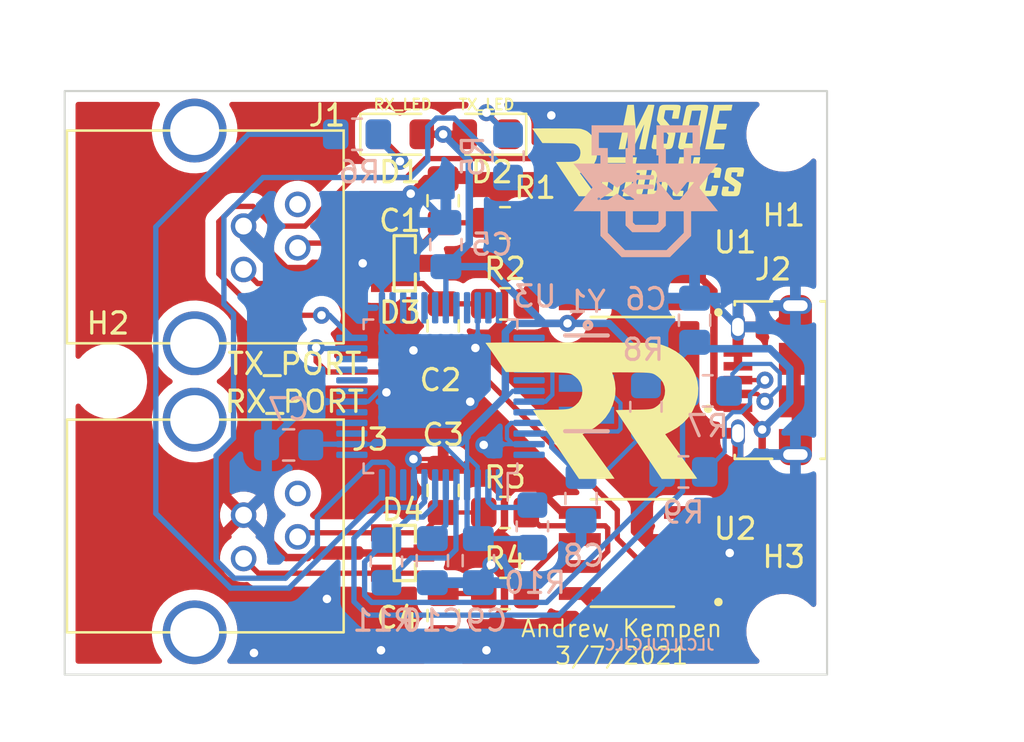
<source format=kicad_pcb>
(kicad_pcb (version 20210126) (generator pcbnew)
  (layers (0 "F.Cu" mixed) (31 "B.Cu" mixed) (34 "B.Paste" user) (35 "F.Paste" user) (36 "B.SilkS" user "B.Silkscreen") (37 "F.SilkS" user "F.Silkscreen") (38 "B.Mask" user) (39 "F.Mask" user) (44 "Edge.Cuts" user))
  (net 0 "")
  (net 2 "GND")
  (net 3 "Net-(D4-Pad2)")
  (net 6 "Net-(D3-Pad2)")
  (net 7 "Net-(U3-Pad44)")
  (net 8 "Net-(U3-Pad43)")
  (net 9 "+5V")
  (net 11 "USB_B_TXD")
  (net 12 "USB_B_RXD")
  (net 13 "~USB_B_RTS")
  (net 14 "~USB_B_CTS")
  (net 15 "~USB_B_DTR")
  (net 16 "~USB_B_DSR")
  (net 17 "~USB_B_DCD")
  (net 18 "~USB_B_RI")
  (net 19 "USB_B_TXDEN")
  (net 20 "~USB_B_SLEEP")
  (net 21 "~USB_B_RXDLED")
  (net 22 "~USB_B_TXDLED")
  (net 24 "RS485_TXD")
  (net 25 "~USB_A_RTS")
  (net 26 "~USB_A_CTS")
  (net 27 "~USB_A_DTR")
  (net 28 "~USB_A_DSR")
  (net 29 "~USB_A_DCD")
  (net 30 "~USB_A_RI")
  (net 31 "USB_A_TXDEN")
  (net 32 "~USB_A_SLEEP")
  (net 33 "~USB_A_RXDLED")
  (net 34 "~USB_A_TXDLED")
  (net 36 "Net-(C9-Pad2)")
  (net 37 "Net-(C10-Pad2)")
  (net 38 "Net-(D1-Pad1)")
  (net 39 "Net-(R8-Pad2)")
  (net 40 "Net-(R7-Pad2)")
  (net 42 "Net-(D2-Pad1)")
  (net 43 "Net-(U2-Pad6)")
  (net 44 "Net-(R3-Pad2)")
  (net 45 "Net-(R4-Pad2)")
  (net 46 "USB_D-")
  (net 47 "USB_D+")
  (net 49 "Net-(D3-Pad1)")
  (net 50 "Net-(D4-Pad1)")
  (net 51 "RS485_RXD")
  (net 52 "Net-(U2-Pad7)")
  (net 53 "Net-(R9-Pad2)")
  (net 54 "Net-(R10-Pad2)")
  (footprint "SN65HVD1782D:SOIC127P599X175-8N" (layer "F.Cu") (at 85.725 102.87 180)
    (fp_text reference "U2")
    (fp_text value "SN65HVD1782D")
  )
  (footprint "MountingHole:MountingHole_2.5mm" (layer "F.Cu") (at 92.837 83.185)
    (fp_text reference "H1")
    (fp_text value "MountingHole")
  )
  (footprint "Logos:MSOE Robotics" (layer "F.Cu") (at 85.979 83.947)
    (fp_text reference "G***" hide)
    (fp_text value "LOGO" hide)
  )
  (footprint "Logos:Raider Robotics" (layer "F.Cu") (at 83.947 96.139)
    (fp_text reference "G***" hide)
    (fp_text value "LOGO" hide)
  )
  (footprint "Andrew_Custom:C189737" (layer "F.Cu") (at 63.499 88.011 -90)
    (fp_text reference "J1")
    (fp_text value "TX_PORT")
  )
  (footprint "Capacitor_SMD:C_0805_2012Metric_Pad1.18x1.45mm_HandSolder" (layer "F.Cu") (at 76.834 92.1935 -90)
    (fp_text reference "C2")
    (fp_text value "0.1u")
  )
  (footprint "10118194-0001LF:AMPHENOL_10118194-0001LF" (layer "F.Cu") (at 93.3825 94.742 90)
    (fp_text reference "J2")
    (fp_text value "10118194-0001LF")
  )
  (footprint "Resistor_SMD:R_0805_2012Metric_Pad1.20x1.40mm_HandSolder" (layer "F.Cu") (at 79.74 100.965)
    (fp_text reference "R3")
    (fp_text value "10")
  )
  (footprint "MountingHole:MountingHole_2.5mm" (layer "F.Cu") (at 61.1632 94.7928)
    (fp_text reference "H2")
    (fp_text value "MountingHole")
  )
  (footprint "Resistor_SMD:R_0805_2012Metric_Pad1.20x1.40mm_HandSolder" (layer "F.Cu") (at 79.74 104.775)
    (fp_text reference "R4")
    (fp_text value "10")
  )
  (footprint "Capacitor_SMD:C_0805_2012Metric_Pad1.18x1.45mm_HandSolder" (layer "F.Cu") (at 76.835 99.9275 90)
    (fp_text reference "C3")
    (fp_text value "0.1u")
  )
  (footprint "SN65HVD1782D:SOIC127P599X175-8N" (layer "F.Cu") (at 85.724 89.251 180)
    (fp_text reference "U1")
    (fp_text value "SN65HVD1782D")
  )
  (footprint "Andrew_Custom:C189737" (layer "F.Cu") (at 63.5 101.6 -90)
    (fp_text reference "J3")
    (fp_text value "RX_PORT")
  )
  (footprint "Capacitor_SMD:C_0805_2012Metric_Pad1.18x1.45mm_HandSolder" (layer "F.Cu") (at 76.835 105.8125 -90)
    (fp_text reference "C4")
    (fp_text value "0.1u")
  )
  (footprint "Capacitor_SMD:C_0805_2012Metric_Pad1.18x1.45mm_HandSolder" (layer "F.Cu") (at 76.834 86.3085 90)
    (fp_text reference "C1")
    (fp_text value "0.1u")
  )
  (footprint "LED_SMD:LED_0805_2012Metric_Pad1.15x1.40mm_HandSolder" (layer "F.Cu") (at 78.876 83.185 180)
    (fp_text reference "D2")
    (fp_text value "TX_LED")
  )
  (footprint "Resistor_SMD:R_0805_2012Metric_Pad1.20x1.40mm_HandSolder" (layer "F.Cu") (at 79.739 87.346)
    (fp_text reference "R1")
    (fp_text value "10")
  )
  (footprint "MountingHole:MountingHole_2.5mm" (layer "F.Cu") (at 92.837 106.553)
    (fp_text reference "H3")
    (fp_text value "MountingHole")
  )
  (footprint "CDSOT23-SM712:SOT-23-3" (layer "F.Cu") (at 74.93 102.87 -90)
    (fp_text reference "D4")
    (fp_text value "CDSOT23-SM712")
  )
  (footprint "LED_SMD:LED_0805_2012Metric_Pad1.15x1.40mm_HandSolder" (layer "F.Cu") (at 74.803 83.185)
    (fp_text reference "D1")
    (fp_text value "RX_LED")
  )
  (footprint "Resistor_SMD:R_0805_2012Metric_Pad1.20x1.40mm_HandSolder" (layer "F.Cu") (at 79.739 91.156)
    (fp_text reference "R2")
    (fp_text value "10")
  )
  (footprint "CDSOT23-SM712:SOT-23-3" (layer "F.Cu") (at 74.929 89.251 -90)
    (fp_text reference "D3")
    (fp_text value "CDSOT23-SM712")
  )
  (footprint "SamacSys_Parts:CSTCR_G" (layer "B.Cu") (at 83.566 94.893 90)
    (fp_text reference "Y1")
    (fp_text value "Resonator_Small" hide)
  )
  (footprint "Capacitor_SMD:C_0805_2012Metric_Pad1.18x1.45mm_HandSolder" (layer "B.Cu") (at 78.486 103.2295 -90)
    (fp_text reference "C9")
    (fp_text value "0.1u")
  )
  (footprint "Capacitor_SMD:C_0805_2012Metric_Pad1.18x1.45mm_HandSolder" (layer "B.Cu") (at 69.5745 97.79 180)
    (fp_text reference "C7")
    (fp_text value "0.1u")
  )
  (footprint "Resistor_SMD:R_0805_2012Metric_Pad1.20x1.40mm_HandSolder" (layer "B.Cu") (at 88.122 99.06 180)
    (fp_text reference "R9")
    (fp_text value "27")
  )
  (footprint "Resistor_SMD:R_0805_2012Metric_Pad1.20x1.40mm_HandSolder" (layer "B.Cu") (at 89.265 95.25 180)
    (fp_text reference "R7")
    (fp_text value "27")
  )
  (footprint "Resistor_SMD:R_0805_2012Metric_Pad1.20x1.40mm_HandSolder" (layer "B.Cu") (at 81.026 101.616 90)
    (fp_text reference "R10")
    (fp_text value "10k")
  )
  (footprint "Capacitor_SMD:C_0805_2012Metric_Pad1.18x1.45mm_HandSolder" (layer "B.Cu") (at 76.962 88.3705 90)
    (fp_text reference "C5")
    (fp_text value "10n")
  )
  (footprint "Capacitor_SMD:C_0805_2012Metric_Pad1.18x1.45mm_HandSolder" (layer "B.Cu") (at 88.646 91.9265 90)
    (fp_text reference "C6")
    (fp_text value "10n")
  )
  (footprint "Logos:VEXU" (layer "B.Cu") (at 86.36 85.852 180)
    (fp_text reference "G***" hide)
    (fp_text value "LOGO" hide)
  )
  (footprint "Resistor_SMD:R_0805_2012Metric_Pad1.20x1.40mm_HandSolder" (layer "B.Cu") (at 79.883 84.217 -90)
    (fp_text reference "R5")
    (fp_text value "330")
  )
  (footprint "Resistor_SMD:R_0805_2012Metric_Pad1.20x1.40mm_HandSolder" (layer "B.Cu") (at 74.168 103.267 -90)
    (fp_text reference "R11")
    (fp_text value "1.5k")
  )
  (footprint "Resistor_SMD:R_0805_2012Metric_Pad1.20x1.40mm_HandSolder" (layer "B.Cu") (at 72.787 83.185 180)
    (fp_text reference "R6")
    (fp_text value "330")
  )
  (footprint "Capacitor_SMD:C_0805_2012Metric_Pad1.18x1.45mm_HandSolder" (layer "B.Cu") (at 83.312 100.3085 90)
    (fp_text reference "C8")
    (fp_text value "0.1u")
  )
  (footprint "Resistor_SMD:R_0805_2012Metric_Pad1.20x1.40mm_HandSolder" (layer "B.Cu") (at 86.36 95.996 90)
    (fp_text reference "R8")
    (fp_text value "470")
  )
  (footprint "Capacitor_SMD:C_0805_2012Metric_Pad1.18x1.45mm_HandSolder" (layer "B.Cu") (at 76.327 103.2295 90)
    (fp_text reference "C10")
    (fp_text value "33n")
  )
  (footprint "Package_QFP:LQFP-48_7x7mm_P0.5mm" (layer "B.Cu") (at 76.708 95.504 90)
    (fp_text reference "U3")
    (fp_text value "FT2232D")
  )
  (gr_rect (start 59.055 81.153) (end 94.869 108.585) (layer "Edge.Cuts") (width 0.1) (fill none))
  (gr_text "JLCJLCJLCJLC" (at 86.994999 107.188) (layer "B.SilkS") (effects (font (size 0.5 0.5) (thickness 0.1)) (justify mirror)))
  (gr_text "Andrew Kempen\n3/7/2021" (at 85.217 107.061) (layer "F.SilkS") (effects (font (size 0.8 0.8) (thickness 0.1))))
  (segment (start 78.348912 106.85) (end 76.835 106.85) (width 0.35) (layer "F.Cu") (net 2))
  (segment (start 79.71402 86.637108) (end 78.166912 85.09) (width 0.35) (layer "F.Cu") (net 2))
  (segment (start 90.6825 92.242) (end 92.3825 92.242) (width 0.35) (layer "F.Cu") (net 2))
  (segment (start 78.74 97.79) (end 77.64 98.89) (width 0.2) (layer "F.Cu") (net 2))
  (segment (start 79.71502 100.256108) (end 78.264912 98.806) (width 0.35) (layer "F.Cu") (net 2))
  (segment (start 75.438 93.345) (end 76.72 93.345) (width 0.2) (layer "F.Cu") (net 2))
  (segment (start 79.71502 105.483892) (end 78.348912 106.85) (width 0.35) (layer "F.Cu") (net 2))
  (segment (start 92.3825 92.242) (end 93.3825 91.242) (width 0.35) (layer "F.Cu") (net 2))
  (segment (start 90.5255 97.282) (end 90.5555 97.312) (width 0.35) (layer "F.Cu") (net 2))
  (segment (start 76.835 98.89) (end 76.835 97.98554) (width 0.2) (layer "F.Cu") (net 2))
  (segment (start 70.468006 103.085011) (end 69.455011 103.085011) (width 0.35) (layer "F.Cu") (net 2))
  (segment (start 69.455011 103.085011) (end 67.46 101.09) (width 0.35) (layer "F.Cu") (net 2))
  (segment (start 78.517912 89.251) (end 75.929 89.251) (width 0.35) (layer "F.Cu") (net 2))
  (segment (start 79.71402 88.054892) (end 79.71402 86.637108) (width 0.35) (layer "F.Cu") (net 2))
  (segment (start 83.255 100.965) (end 82.423912 100.965) (width 0.35) (layer "F.Cu") (net 2))
  (segment (start 78.166912 85.09) (end 77.015 85.09) (width 0.35) (layer "F.Cu") (net 2))
  (segment (start 69.454011 89.496011) (end 67.459 87.501) (width 0.35) (layer "F.Cu") (net 2))
  (segment (start 79.073956 103.425044) (end 79.71502 104.066108) (width 0.35) (layer "F.Cu") (net 2))
  (segment (start 75.93 102.87) (end 78.518912 102.87) (width 0.35) (layer "F.Cu") (net 2))
  (segment (start 75.929 89.251) (end 73.055 89.251) (width 0.35) (layer "F.Cu") (net 2))
  (segment (start 93.3825 95.742) (end 93.3825 93.742) (width 0.35) (layer "F.Cu") (net 2))
  (segment (start 78.517912 89.251) (end 79.71402 88.054892) (width 0.35) (layer "F.Cu") (net 2))
  (segment (start 81.280912 99.822) (end 80.149128 99.822) (width 0.35) (layer "F.Cu") (net 2))
  (segment (start 76.835 97.98554) (end 74.168 95.31854) (width 0.2) (layer "F.Cu") (net 2))
  (segment (start 75.311 85.979) (end 76.019 85.271) (width 0.35) (layer "F.Cu") (net 2))
  (segment (start 79.71402 91.864892) (end 79.71402 90.447108) (width 0.35) (layer "F.Cu") (net 2))
  (segment (start 70.683017 102.87) (end 70.468006 103.085011) (width 0.35) (layer "F.Cu") (net 2))
  (segment (start 78.347912 93.231) (end 79.71402 91.864892) (width 0.35) (layer "F.Cu") (net 2))
  (segment (start 78.518912 102.87) (end 79.073956 103.425044) (width 0.35) (layer "F.Cu") (net 2))
  (segment (start 77.64 98.89) (end 76.835 98.89) (width 0.2) (layer "F.Cu") (net 2))
  (segment (start 76.019 85.271) (end 76.834 85.271) (width 0.35) (layer "F.Cu") (net 2))
  (segment (start 76.834 93.231) (end 78.347912 93.231) (width 0.35) (layer "F.Cu") (net 2))
  (segment (start 75.438 98.454) (end 76.399 98.454) (width 0.2) (layer "F.Cu") (net 2))
  (segment (start 93.3825 93.742) (end 93.3825 91.242) (width 0.35) (layer "F.Cu") (net 2))
  (segment (start 73.055 89.251) (end 70.712017 89.251) (width 0.35) (layer "F.Cu") (net 2))
  (segment (start 78.264912 98.806) (end 76.919 98.806) (width 0.35) (layer "F.Cu") (net 2))
  (segment (start 82.423912 100.965) (end 81.280912 99.822) (width 0.35) (layer "F.Cu") (net 2))
  (segment (start 79.71502 104.066108) (end 79.71502 105.483892) (width 0.35) (layer "F.Cu") (net 2))
  (segment (start 70.712017 89.251) (end 70.467006 89.496011) (width 0.35) (layer "F.Cu") (net 2))
  (segment (start 93.3825 98.242) (end 93.3825 95.742) (width 0.35) (layer "F.Cu") (net 2))
  (segment (start 80.149128 99.822) (end 79.71502 100.256108) (width 0.35) (layer "F.Cu") (net 2))
  (segment (start 75.93 102.87) (end 70.683017 102.87) (width 0.35) (layer "F.Cu") (net 2))
  (segment (start 79.71402 90.447108) (end 78.517912 89.251) (width 0.35) (layer "F.Cu") (net 2))
  (segment (start 70.467006 89.496011) (end 69.454011 89.496011) (width 0.35) (layer "F.Cu") (net 2))
  (segment (start 78.518912 102.87) (end 79.71502 101.673892) (width 0.35) (layer "F.Cu") (net 2))
  (segment (start 79.71502 101.673892) (end 79.71502 100.256108) (width 0.35) (layer "F.Cu") (net 2))
  (via (at 75.438 98.454) (size 0.8) (drill 0.4) (layers "F.Cu" "B.Cu") (net 2))
  (via (at 73.055 89.251) (size 0.8) (drill 0.4) (layers "F.Cu" "B.Cu") (net 2))
  (via (at 81.915 82.296) (size 0.8) (drill 0.4) (layers "F.Cu" "B.Cu") (net 2))
  (via (at 78.867 107.442) (size 0.8) (drill 0.4) (layers "F.Cu" "B.Cu") (net 2))
  (via (at 90.297 102.87) (size 0.8) (drill 0.4) (layers "F.Cu" "B.Cu") (net 2))
  (via (at 75.311 85.979) (size 0.8) (drill 0.4) (layers "F.Cu" "B.Cu") (net 2))
  (via (at 67.945 107.569) (size 0.8) (drill 0.4) (layers "F.Cu" "B.Cu") (net 2))
  (via (at 74.168 95.31854) (size 0.8) (drill 0.4) (layers "F.Cu" "B.Cu") (net 2))
  (via (at 75.438 93.345) (size 0.8) (drill 0.4) (layers "F.Cu" "B.Cu") (net 2))
  (via (at 73.914 107.442) (size 0.8) (drill 0.4) (layers "F.Cu" "B.Cu") (net 2))
  (via (at 71.374 105.029) (size 0.8) (drill 0.4) (layers "F.Cu" "B.Cu") (net 2))
  (via (at 78.105 95.758) (size 0.8) (drill 0.4) (layers "F.Cu" "B.Cu") (net 2))
  (via (at 79.073956 103.425044) (size 0.8) (drill 0.4) (layers "F.Cu" "B.Cu") (net 2))
  (via (at 78.74 97.79) (size 0.8) (drill 0.4) (layers "F.Cu" "B.Cu") (net 2))
  (via (at 78.347912 93.231) (size 0.8) (drill 0.4) (layers "F.Cu" "B.Cu") (net 2))
  (segment (start 84.225 94.893) (end 83.566 94.893) (width 0.2) (layer "B.Cu") (net 2))
  (segment (start 73.958 90.154) (end 73.958 95.109358) (width 0.2) (layer "B.Cu") (net 2))
  (segment (start 89.3295 90.889) (end 90.6825 92.242) (width 0.35) (layer "B.Cu") (net 2))
  (segment (start 68.537 97.79) (end 68.537 100.013) (width 0.35) (layer "B.Cu") (net 2))
  (segment (start 75.608 85.979) (end 76.962 87.333) (width 0.35) (layer "B.Cu") (net 2))
  (segment (start 85.04402 97.155) (end 85.166011 97.033009) (width 0.2) (layer "B.Cu") (net 2))
  (segment (start 75.458 98.474) (end 75.438 98.454) (width 0.2) (layer "B.Cu") (net 2))
  (segment (start 79.83298 97.484338) (end 79.83298 96.95102) (width 0.2) (layer "B.Cu") (net 2))
  (segment (start 73.055 89.434) (end 73.055 89.251) (width 0.35) (layer "B.Cu") (net 2))
  (segment (start 78.458 91.3415) (end 78.458 93.120912) (width 0.2) (layer "B.Cu") (net 2))
  (segment (start 73.958 90.154) (end 73.055 89.251) (width 0.2) (layer "B.Cu") (net 2))
  (segment (start 76.962 87.333) (end 73.958 90.337) (width 0.35) (layer "B.Cu") (net 2))
  (segment (start 75.193642 93.345) (end 75.438 93.345) (width 0.2) (layer "B.Cu") (net 2))
  (segment (start 68.537 89.175983) (end 68.537 97.79) (width 0.35) (layer "B.Cu") (net 2))
  (segment (start 79.83298 96.95102) (end 80.03 96.754) (width 0.2) (layer "B.Cu") (net 2))
  (segment (start 81.774784 96.754) (end 82.175784 97.155) (width 0.2) (layer "B.Cu") (net 2))
  (segment (start 80.03 96.754) (end 80.8705 96.754) (width 0.2) (layer "B.Cu") (net 2))
  (segment (start 78.776 97.754) (end 78.74 97.79) (width 0.2) (layer "B.Cu") (net 2))
  (segment (start 71.378 95.754) (end 71.374 95.758) (width 0.2) (layer "B.Cu") (net 2))
  (segment (start 85.166011 97.033009) (end 85.166011 95.834011) (width 0.2) (layer "B.Cu") (net 2))
  (segment (start 73.738679 95.328679) (end 73.958 95.109358) (width 0.2) (layer "B.Cu") (net 2))
  (segment (start 78.458 93.120912) (end 78.347912 93.231) (width 0.2) (layer "B.Cu") (net 2))
  (segment (start 73.958 90.337) (end 73.055 89.434) (width 0.35) (layer "B.Cu") (net 2))
  (segment (start 73.738679 95.328679) (end 73.309358 95.758) (width 0.2) (layer "B.Cu") (net 2))
  (segment (start 74.168 95.31854) (end 73.748818 95.31854) (width 0.2) (layer "B.Cu") (net 2))
  (segment (start 78.486 104.013) (end 79.073956 103.425044) (width 0.35) (layer "B.Cu") (net 2))
  (segment (start 80.8705 96.754) (end 81.774784 96.754) (width 0.2) (layer "B.Cu") (net 2))
  (segment (start 82.175784 97.155) (end 85.04402 97.155) (width 0.2) (layer "B.Cu") (net 2))
  (segment (start 67.459 87.501) (end 67.459 88.097983) (width 0.35) (layer "B.Cu") (net 2))
  (segment (start 73.309358 95.758) (end 72.5495 95.758) (width 0.2) (layer "B.Cu") (net 2))
  (segment (start 78.776 97.754) (end 80.8705 97.754) (width 0.2) (layer "B.Cu") (net 2))
  (segment (start 75.458 99.6665) (end 75.458 98.474) (width 0.2) (layer "B.Cu") (net 2))
  (segment (start 80.102642 97.754) (end 79.83298 97.484338) (width 0.2) (layer "B.Cu") (net 2))
  (segment (start 70.569 95.758) (end 71.374 95.758) (width 0.35) (layer "B.Cu") (net 2))
  (segment (start 68.537 97.79) (end 70.569 95.758) (width 0.35) (layer "B.Cu") (net 2))
  (segment (start 67.459 88.097983) (end 68.537 89.175983) (width 0.35) (layer "B.Cu") (net 2))
  (segment (start 73.958 92.109358) (end 75.193642 93.345) (width 0.2) (layer "B.Cu") (net 2))
  (segment (start 72.5455 95.754) (end 71.378 95.754) (width 0.2) (layer "B.Cu") (net 2))
  (segment (start 88.646 90.889) (end 89.3295 90.889) (width 0.35) (layer "B.Cu") (net 2))
  (segment (start 68.537 100.013) (end 67.46 101.09) (width 0.35) (layer "B.Cu") (net 2))
  (segment (start 85.166011 95.834011) (end 84.225 94.893) (width 0.2) (layer "B.Cu") (net 2))
  (segment (start 75.311 85.979) (end 75.608 85.979) (width 0.35) (layer "B.Cu") (net 2))
  (segment (start 73.93 103.82) (end 68.15 103.82) (width 0.25) (layer "F.Cu") (net 3))
  (segment (start 75.88 103.82) (end 76.835 104.775) (width 0.25) (layer "F.Cu") (net 3))
  (segment (start 68.15 103.82) (end 67.46 103.13) (width 0.25) (layer "F.Cu") (net 3))
  (segment (start 78.74 104.775) (end 76.835 104.775) (width 0.25) (layer "F.Cu") (net 3))
  (segment (start 73.93 103.82) (end 75.88 103.82) (width 0.25) (layer "F.Cu") (net 3))
  (segment (start 68.119 90.201) (end 67.459 89.541) (width 0.25) (layer "F.Cu") (net 6))
  (segment (start 78.739 91.156) (end 76.834 91.156) (width 0.25) (layer "F.Cu") (net 6))
  (segment (start 73.929 90.201) (end 68.119 90.201) (width 0.25) (layer "F.Cu") (net 6))
  (segment (start 75.879 90.201) (end 76.834 91.156) (width 0.25) (layer "F.Cu") (net 6))
  (segment (start 73.929 90.201) (end 75.879 90.201) (width 0.25) (layer "F.Cu") (net 6))
  (segment (start 80.8705 96.254) (end 83.427 96.254) (width 0.2) (layer "B.Cu") (net 7))
  (segment (start 83.427 96.254) (end 83.566 96.393) (width 0.2) (layer "B.Cu") (net 7))
  (segment (start 81.638358 95.754) (end 81.965989 95.426369) (width 0.2) (layer "B.Cu") (net 8))
  (segment (start 80.8705 95.754) (end 81.638358 95.754) (width 0.2) (layer "B.Cu") (net 8))
  (segment (start 81.965989 95.426369) (end 81.965989 94.252991) (width 0.2) (layer "B.Cu") (net 8))
  (segment (start 81.965989 94.252991) (end 82.82598 93.393) (width 0.2) (layer "B.Cu") (net 8))
  (segment (start 82.82598 93.393) (end 83.566 93.393) (width 0.2) (layer "B.Cu") (net 8))
  (segment (start 85.21402 89.886) (end 83.94402 91.156) (width 0.35) (layer "F.Cu") (net 9))
  (segment (start 91.821 103.10902) (end 91.821 97.065523) (width 0.35) (layer "F.Cu") (net 9))
  (segment (start 89.75248 96.012) (end 90.6525 96.012) (width 0.35) (layer "F.Cu") (net 9))
  (segment (start 88.194 89.886) (end 85.21402 89.886) (width 0.35) (layer "F.Cu") (net 9))
  (segment (start 83.255 104.775) (end 83.930011 105.450011) (width 0.35) (layer "F.Cu") (net 9))
  (segment (start 89.554011 95.813531) (end 89.75248 96.012) (width 0.35) (layer "F.Cu") (net 9))
  (segment (start 76.835 83.185) (end 75.828 83.185) (width 0.35) (layer "F.Cu") (net 9))
  (segment (start 89.554011 90.555991) (end 89.554011 95.813531) (width 0.35) (layer "F.Cu") (net 9))
  (segment (start 88.194 88.616) (end 88.194 89.886) (width 0.35) (layer "F.Cu") (net 9))
  (segment (start 83.254 91.498) (end 83.254 91.156) (width 0.35) (layer "F.Cu") (net 9))
  (segment (start 90.797477 96.042) (end 91.821 97.065523) (width 0.35) (layer "F.Cu") (net 9))
  (segment (start 88.88402 89.886) (end 89.554011 90.555991) (width 0.35) (layer "F.Cu") (net 9))
  (segment (start 76.835 83.185) (end 77.851 83.185) (width 0.35) (layer "F.Cu") (net 9))
  (segment (start 82.677 92.075) (end 83.254 91.498) (width 0.35) (layer "F.Cu") (net 9))
  (segment (start 83.930011 105.450011) (end 89.480009 105.450011) (width 0.35) (layer "F.Cu") (net 9))
  (segment (start 90.6525 96.012) (end 90.6825 96.042) (width 0.35) (layer "F.Cu") (net 9))
  (segment (start 89.480009 105.450011) (end 91.821 103.10902) (width 0.35) (layer "F.Cu") (net 9))
  (via (at 82.677 92.075) (size 0.8) (drill 0.4) (layers "F.Cu" "B.Cu") (net 9))
  (via (at 91.821 97.065523) (size 0.8) (drill 0.4) (layers "F.Cu" "B.Cu") (net 9))
  (via (at 76.835 83.185) (size 0.8) (drill 0.4) (layers "F.Cu" "B.Cu") (net 9))
  (segment (start 72.5455 97.754) (end 73.569 97.754) (width 0.2) (layer "B.Cu") (net 9))
  (segment (start 80.8705 95.254) (end 80.102642 95.254) (width 0.2) (layer "B.Cu") (net 9))
  (segment (start 78.458 99.6665) (end 78.458 98.818) (width 0.2) (layer "B.Cu") (net 9))
  (segment (start 78.458 98.818) (end 77.958 98.318) (width 0.2) (layer "B.Cu") (net 9))
  (segment (start 93.123031 94.209234) (end 92.180817 93.26702) (width 0.35) (layer "B.Cu") (net 9))
  (segment (start 80.175576 92.075) (end 79.756 92.494576) (width 0.35) (layer "B.Cu") (net 9))
  (segment (start 77.677653 97.678989) (end 73.644011 97.678989) (width 0.35) (layer "B.Cu") (net 9))
  (segment (start 78.06202 88.30798) (end 78.06202 84.41202) (width 0.35) (layer "B.Cu") (net 9))
  (segment (start 78.486 102.192) (end 80.602 102.192) (width 0.25) (layer "B.Cu") (net 9))
  (segment (start 73.569 97.754) (end 76.813358 97.754) (width 0.2) (layer "B.Cu") (net 9))
  (segment (start 77.958 97.398642) (end 77.958 99.6665) (width 0.2) (layer "B.Cu") (net 9))
  (segment (start 77.958 97.398642) (end 77.677653 97.678989) (width 0.35) (layer "B.Cu") (net 9))
  (segment (start 82.677 92.075) (end 81.565424 92.075) (width 0.35) (layer "B.Cu") (net 9))
  (segment (start 78.458 99.6665) (end 78.458 102.164) (width 0.25) (layer "B.Cu") (net 9))
  (segment (start 77.958 97.398642) (end 77.958 97.302) (width 0.35) (layer "B.Cu") (net 9))
  (segment (start 93.123031 95.763492) (end 93.123031 94.209234) (width 0.35) (layer "B.Cu") (net 9))
  (segment (start 76.962 89.408) (end 76.962 91.3375) (width 0.25) (layer "B.Cu") (net 9))
  (segment (start 80.102642 95.254) (end 77.958 97.398642) (width 0.2) (layer "B.Cu") (net 9))
  (segment (start 72.5455 97.754) (end 70.648 97.754) (width 0.25) (layer "B.Cu") (net 9))
  (segment (start 77.958 99.6665) (end 77.958 101.664) (width 0.25) (layer "B.Cu") (net 9))
  (segment (start 82.677 92.107) (end 82.677 92.075) (width 0.35) (layer "B.Cu") (net 9))
  (segment (start 86.487 95.028) (end 86.582 95.028) (width 0.35) (layer "B.Cu") (net 9))
  (segment (start 84.62302 92.075) (end 86.487 93.93898) (width 0.35) (layer "B.Cu") (net 9))
  (segment (start 76.813358 97.754) (end 77.958 98.898642) (width 0.2) (layer "B.Cu") (net 9))
  (segment (start 82.677 92.075) (end 80.175576 92.075) (width 0.35) (layer "B.Cu") (net 9))
  (segment (start 78.06202 84.41202) (end 76.835 83.185) (width 0.35) (layer "B.Cu") (net 9))
  (segment (start 78.898424 89.408) (end 76.962 89.408) (width 0.35) (layer "B.Cu") (net 9))
  (segment (start 77.958 101.664) (end 78.486 102.192) (width 0.25) (layer "B.Cu") (net 9))
  (segment (start 81.565424 92.075) (end 78.898424 89.408) (width 0.35) (layer "B.Cu") (net 9))
  (segment (start 82.677 92.075) (end 84.62302 92.075) (width 0.35) (layer "B.Cu") (net 9))
  (segment (start 86.487 93.93898) (end 86.487 95.028) (width 0.35) (layer "B.Cu") (net 9))
  (segment (start 76.962 89.408) (end 78.06202 88.30798) (width 0.35) (layer "B.Cu") (net 9))
  (segment (start 79.756 92.494576) (end 79.756 95.504) (width 0.35) (layer "B.Cu") (net 9))
  (segment (start 86.582 95.028) (end 88.646 92.964) (width 0.35) (layer "B.Cu") (net 9))
  (segment (start 92.180817 93.26702) (end 88.94902 93.26702) (width 0.35) (layer "B.Cu") (net 9))
  (segment (start 77.958 97.302) (end 79.756 95.504) (width 0.35) (layer "B.Cu") (net 9))
  (segment (start 91.821 97.065523) (end 93.123031 95.763492) (width 0.35) (layer "B.Cu") (net 9))
  (segment (start 73.644011 97.678989) (end 73.569 97.754) (width 0.35) (layer "B.Cu") (net 9))
  (segment (start 70.866 93.853) (end 70.866 93.218) (width 0.25) (layer "F.Cu") (net 24))
  (segment (start 85.015031 102.195051) (end 85.015031 100.855011) (width 0.25) (layer "F.Cu") (net 24))
  (segment (start 78.52102 94.361) (end 71.374 94.361) (width 0.25) (layer "F.Cu") (net 24))
  (segment (start 85.015031 100.855011) (end 78.52102 94.361) (width 0.25) (layer "F.Cu") (net 24))
  (segment (start 71.374 94.361) (end 70.866 93.853) (width 0.25) (layer "F.Cu") (net 24))
  (segment (start 87.59498 104.775) (end 85.015031 102.195051) (width 0.25) (layer "F.Cu") (net 24))
  (via (at 70.866 93.218) (size 0.8) (drill 0.4) (layers "F.Cu" "B.Cu") (net 24))
  (segment (start 70.902 93.254) (end 72.5455 93.254) (width 0.25) (layer "B.Cu") (net 24))
  (segment (start 70.866 93.218) (end 70.902 93.254) (width 0.25) (layer "B.Cu") (net 24))
  (segment (start 63.333989 101.00943) (end 66.845559 104.521) (width 0.25) (layer "B.Cu") (net 33))
  (segment (start 67.686017 83.185) (end 63.333989 87.537028) (width 0.25) (layer "B.Cu") (net 33))
  (segment (start 66.845559 104.521) (end 69.594441 104.521) (width 0.25) (layer "B.Cu") (net 33))
  (segment (start 63.333989 87.537028) (end 63.333989 101.00943) (width 0.25) (layer "B.Cu") (net 33))
  (segment (start 69.594441 104.521) (end 73.958 100.157441) (width 0.25) (layer "B.Cu") (net 33))
  (segment (start 71.787 83.185) (end 67.686017 83.185) (width 0.25) (layer "B.Cu") (net 33))
  (segment (start 66.167 103.206017) (end 66.167 98.294017) (width 0.25) (layer "B.Cu") (net 34))
  (segment (start 66.985011 97.476006) (end 66.985011 91.623011) (width 0.25) (layer "B.Cu") (net 34))
  (segment (start 75.311 85.217) (end 76.109989 84.418011) (width 0.25) (layer "B.Cu") (net 34))
  (segment (start 74.198694 98.60398) (end 73.498734 98.60398) (width 0.25) (layer "B.Cu") (net 34))
  (segment (start 66.533989 91.171989) (end 66.985011 91.623011) (width 0.25) (layer "B.Cu") (net 34))
  (segment (start 69.424006 104.055011) (end 67.015994 104.055011) (width 0.25) (layer "B.Cu") (net 34))
  (segment (start 70.925011 102.554006) (end 69.424006 104.055011) (width 0.25) (layer "B.Cu") (net 34))
  (segment (start 77.343 82.423) (end 79.883 84.963) (width 0.25) (layer "B.Cu") (net 34))
  (segment (start 70.925011 101.177703) (end 70.925011 102.554006) (width 0.25) (layer "B.Cu") (net 34))
  (segment (start 76.109989 84.418011) (end 76.109989 82.836994) (width 0.25) (layer "B.Cu") (net 34))
  (segment (start 76.109989 82.836994) (end 76.523983 82.423) (width 0.25) (layer "B.Cu") (net 34))
  (segment (start 74.458 99.6665) (end 74.458 98.863286) (width 0.25) (layer "B.Cu") (net 34))
  (segment (start 68.373983 85.217) (end 75.311 85.217) (width 0.25) (layer "B.Cu") (net 34))
  (segment (start 67.015994 104.055011) (end 66.167 103.206017) (width 0.25) (layer "B.Cu") (net 34))
  (segment (start 66.533989 87.056994) (end 68.373983 85.217) (width 0.25) (layer "B.Cu") (net 34))
  (segment (start 73.498734 98.60398) (end 70.925011 101.177703) (width 0.25) (layer "B.Cu") (net 34))
  (segment (start 74.458 98.863286) (end 74.198694 98.60398) (width 0.25) (layer "B.Cu") (net 34))
  (segment (start 76.523983 82.423) (end 77.343 82.423) (width 0.25) (layer "B.Cu") (net 34))
  (segment (start 66.533989 91.171989) (end 66.533989 87.056994) (width 0.25) (layer "B.Cu") (net 34))
  (segment (start 66.167 98.294017) (end 66.985011 97.476006) (width 0.25) (layer "B.Cu") (net 34))
  (segment (start 81.673714 97.254) (end 81.93302 97.513306) (width 0.25) (layer "B.Cu") (net 36))
  (segment (start 83.312 99.271) (end 83.736 99.271) (width 0.25) (layer "B.Cu") (net 36))
  (segment (start 81.93302 97.513306) (end 81.93302 97.89202) (width 0.25) (layer "B.Cu") (net 36))
  (segment (start 81.93302 97.89202) (end 83.312 99.271) (width 0.25) (layer "B.Cu") (net 36))
  (segment (start 83.312 99.271) (end 84.244 99.271) (width 0.2) (layer "B.Cu") (net 36))
  (segment (start 84.244 99.271) (end 86.487 97.028) (width 0.2) (layer "B.Cu") (net 36))
  (segment (start 80.8705 97.254) (end 81.673714 97.254) (width 0.25) (layer "B.Cu") (net 36))
  (segment (start 76.327 102.192) (end 76.958 101.561) (width 0.25) (layer "B.Cu") (net 37))
  (segment (start 76.958 101.561) (end 76.958 99.6665) (width 0.25) (layer "B.Cu") (net 37))
  (segment (start 74.803 84.21) (end 73.778 83.185) (width 0.25) (layer "F.Cu") (net 38))
  (segment (start 74.803 84.455) (end 74.803 84.21) (width 0.25) (layer "F.Cu") (net 38))
  (via (at 74.803 84.455) (size 0.8) (drill 0.4) (layers "F.Cu" "B.Cu") (net 38))
  (segment (start 73.787 83.439) (end 74.803 84.455) (width 0.25) (layer "B.Cu") (net 38))
  (segment (start 87.122 99.06) (end 87.122 99.76) (width 0.25) (layer "B.Cu") (net 39))
  (segment (start 75.255969 101.179031) (end 74.168 102.267) (width 0.25) (layer "B.Cu") (net 39))
  (segment (start 73.479818 105.19202) (end 73.14298 104.855182) (width 0.25) (layer "B.Cu") (net 39))
  (segment (start 75.885095 101.179031) (end 75.255969 101.179031) (width 0.25) (layer "B.Cu") (net 39))
  (segment (start 73.14298 104.855182) (end 73.14298 103.29202) (width 0.25) (layer "B.Cu") (net 39))
  (segment (start 87.63 98.552) (end 87.63 99.252) (width 0.25) (layer "B.Cu") (net 39))
  (segment (start 73.14298 103.29202) (end 74.168 102.267) (width 0.25) (layer "B.Cu") (net 39))
  (segment (start 81.68998 105.19202) (end 73.479818 105.19202) (width 0.25) (layer "B.Cu") (net 39))
  (segment (start 76.458 99.6665) (end 76.458 100.606126) (width 0.25) (layer "B.Cu") (net 39))
  (segment (start 87.122 99.76) (end 81.68998 105.19202) (width 0.25) (layer "B.Cu") (net 39))
  (segment (start 76.458 100.606126) (end 75.885095 101.179031) (width 0.25) (layer "B.Cu") (net 39))
  (segment (start 75.958 99.6665) (end 75.958 100.469714) (width 0.25) (layer "B.Cu") (net 40))
  (segment (start 72.644 102.177798) (end 72.644 105.156) (width 0.25) (layer "B.Cu") (net 40))
  (segment (start 72.644 105.156) (end 73.279 105.791) (width 0.25) (layer "B.Cu") (net 40))
  (segment (start 88.08002 99.969182) (end 88.08002 95.59398) (width 0.25) (layer "B.Cu") (net 40))
  (segment (start 82.258202 105.791) (end 88.08002 99.969182) (width 0.25) (layer "B.Cu") (net 40))
  (segment (start 75.698694 100.72902) (end 74.092778 100.72902) (width 0.25) (layer "B.Cu") (net 40))
  (segment (start 74.092778 100.72902) (end 72.644 102.177798) (width 0.25) (layer "B.Cu") (net 40))
  (segment (start 88.08002 95.59398) (end 88.424 95.25) (width 0.25) (layer "B.Cu") (net 40))
  (segment (start 73.279 105.791) (end 82.258202 105.791) (width 0.25) (layer "B.Cu") (net 40))
  (segment (start 75.958 100.469714) (end 75.698694 100.72902) (width 0.25) (layer "B.Cu") (net 40))
  (segment (start 79.883 83.185) (end 78.867 82.169) (width 0.25) (layer "F.Cu") (net 42))
  (via (at 78.867 82.169) (size 0.8) (drill 0.4) (layers "F.Cu" "B.Cu") (net 42))
  (segment (start 78.867 82.201) (end 79.883 83.217) (width 0.25) (layer "B.Cu") (net 42))
  (segment (start 78.867 82.169) (end 78.867 82.201) (width 0.25) (layer "B.Cu") (net 42))
  (segment (start 80.739 90.456) (end 82.579 88.616) (width 0.25) (layer "F.Cu") (net 43))
  (segment (start 80.739 91.156) (end 80.739 90.456) (width 0.25) (layer "F.Cu") (net 43))
  (segment (start 80.74 104.775) (end 80.74 104.075) (width 0.25) (layer "F.Cu") (net 44))
  (segment (start 80.74 104.075) (end 82.58 102.235) (width 0.25) (layer "F.Cu") (net 44))
  (segment (start 84.445011 101.590011) (end 84.565011 101.710011) (width 0.25) (layer "F.Cu") (net 45))
  (segment (start 84.565011 102.795009) (end 83.85502 103.505) (width 0.25) (layer "F.Cu") (net 45))
  (segment (start 81.365011 101.590011) (end 84.445011 101.590011) (width 0.25) (layer "F.Cu") (net 45))
  (segment (start 84.565011 101.710011) (end 84.565011 102.795009) (width 0.25) (layer "F.Cu") (net 45))
  (segment (start 80.74 100.965) (end 81.365011 101.590011) (width 0.25) (layer "F.Cu") (net 45))
  (segment (start 91.599109 95.392) (end 91.94911 95.742001) (width 0.2) (layer "F.Cu") (net 46))
  (segment (start 90.6825 95.392) (end 91.599109 95.392) (width 0.2) (layer "F.Cu") (net 46))
  (via (at 91.94911 95.742001) (size 0.8) (drill 0.4) (layers "F.Cu" "B.Cu") (net 46))
  (segment (start 92.648011 95.078006) (end 92.648011 94.405994) (width 0.2) (layer "B.Cu") (net 46))
  (segment (start 91.94911 95.742001) (end 91.984016 95.742001) (width 0.2) (layer "B.Cu") (net 46))
  (segment (start 91.984016 95.742001) (end 92.648011 95.078006) (width 0.2) (layer "B.Cu") (net 46))
  (segment (start 90.424 94.456) (end 90.424 95.25) (width 0.2) (layer "B.Cu") (net 46))
  (segment (start 92.648011 94.405994) (end 92.222017 93.98) (width 0.2) (layer "B.Cu") (net 46))
  (segment (start 90.9 93.98) (end 90.424 94.456) (width 0.2) (layer "B.Cu") (net 46))
  (segment (start 92.222017 93.98) (end 90.9 93.98) (width 0.2) (layer "B.Cu") (net 46))
  (segment (start 91.948 94.742) (end 90.6825 94.742) (width 0.2) (layer "F.Cu") (net 47))
  (via (at 91.948 94.742) (size 0.8) (drill 0.4) (layers "F.Cu" "B.Cu") (net 47))
  (segment (start 90.43998 96.25002) (end 90.05748 96.63252) (width 0.2) (layer "B.Cu") (net 47))
  (segment (start 91.249099 95.440901) (end 91.249099 95.843747) (width 0.2) (layer "B.Cu") (net 47))
  (segment (start 90.842826 96.25002) (end 90.43998 96.25002) (width 0.2) (layer "B.Cu") (net 47))
  (segment (start 90.05748 98.12452) (end 90.05748 96.63252) (width 0.2) (layer "B.Cu") (net 47))
  (segment (start 89.122 99.06) (end 90.05748 98.12452) (width 0.2) (layer "B.Cu") (net 47))
  (segment (start 91.249099 95.843747) (end 90.842826 96.25002) (width 0.2) (layer "B.Cu") (net 47))
  (segment (start 91.948 94.742) (end 91.249099 95.440901) (width 0.2) (layer "B.Cu") (net 47))
  (segment (start 75.879 88.301) (end 76.834 87.346) (width 0.25) (layer "F.Cu") (net 49))
  (segment (start 73.929 88.301) (end 70.219 88.301) (width 0.25) (layer "F.Cu") (net 49))
  (segment (start 76.834 87.346) (end 78.739 87.346) (width 0.25) (layer "F.Cu") (net 49))
  (segment (start 73.929 88.301) (end 75.879 88.301) (width 0.25) (layer "F.Cu") (net 49))
  (segment (start 73.93 101.92) (end 75.88 101.92) (width 0.25) (layer "F.Cu") (net 50))
  (segment (start 73.93 101.92) (end 70.19 101.92) (width 0.25) (layer "F.Cu") (net 50))
  (segment (start 75.88 101.92) (end 76.835 100.965) (width 0.25) (layer "F.Cu") (net 50))
  (segment (start 70.19 101.92) (end 70 102.11) (width 0.25) (layer "F.Cu") (net 50))
  (segment (start 76.835 100.965) (end 78.74 100.965) (width 0.2) (layer "F.Cu") (net 50))
  (segment (start 67.903006 86.575989) (end 67.014994 86.575989) (width 0.25) (layer "F.Cu") (net 51))
  (segment (start 68.830017 87.503) (end 67.903006 86.575989) (width 0.25) (layer "F.Cu") (net 51))
  (segment (start 84.57598 84.328) (end 76.003017 84.328) (width 0.25) (layer "F.Cu") (net 51))
  (segment (start 66.294 87.296983) (end 66.294 89.745017) (width 0.25) (layer "F.Cu") (net 51))
  (segment (start 72.632017 85.217) (end 70.346017 87.503) (width 0.25) (layer "F.Cu") (net 51))
  (segment (start 66.294 89.745017) (end 68.242983 91.694) (width 0.25) (layer "F.Cu") (net 51))
  (segment (start 70.346017 87.503) (end 68.830017 87.503) (width 0.25) (layer "F.Cu") (net 51))
  (segment (start 68.242983 91.694) (end 71.12 91.694) (width 0.25) (layer "F.Cu") (net 51))
  (segment (start 76.003017 84.328) (end 75.114017 85.217) (width 0.25) (layer "F.Cu") (net 51))
  (segment (start 88.194 87.346) (end 87.59398 87.346) (width 0.25) (layer "F.Cu") (net 51))
  (segment (start 67.014994 86.575989) (end 66.294 87.296983) (width 0.25) (layer "F.Cu") (net 51))
  (segment (start 75.114017 85.217) (end 72.632017 85.217) (width 0.25) (layer "F.Cu") (net 51))
  (segment (start 87.59398 87.346) (end 84.57598 84.328) (width 0.25) (layer "F.Cu") (net 51))
  (via (at 71.12 91.694) (size 0.8) (drill 0.4) (layers "F.Cu" "B.Cu") (net 51))
  (segment (start 71.4855 91.694) (end 72.5455 92.754) (width 0.25) (layer "B.Cu") (net 51))
  (segment (start 71.12 91.694) (end 71.4855 91.694) (width 0.25) (layer "B.Cu") (net 51))
  (segment (start 84.564011 89.176009) (end 83.85402 89.886) (width 0.25) (layer "F.Cu") (net 52))
  (segment (start 81.364011 87.971011) (end 84.479031 87.971011) (width 0.25) (layer "F.Cu") (net 52))
  (segment (start 84.479031 87.971011) (end 84.564011 88.055991) (width 0.25) (layer "F.Cu") (net 52))
  (segment (start 80.739 87.346) (end 81.364011 87.971011) (width 0.25) (layer "F.Cu") (net 52))
  (segment (start 84.564011 88.055991) (end 84.564011 89.176009) (width 0.25) (layer "F.Cu") (net 52))
  (segment (start 78.958 100.469714) (end 79.217306 100.72902) (width 0.25) (layer "B.Cu") (net 53))
  (segment (start 79.217306 100.72902) (end 80.91298 100.72902) (width 0.25) (layer "B.Cu") (net 53))
  (segment (start 78.958 99.6665) (end 78.958 100.469714) (width 0.25) (layer "B.Cu") (net 53))
  (segment (start 77.040182 103.10452) (end 75.33048 103.10452) (width 0.25) (layer "B.Cu") (net 54))
  (segment (start 77.43598 99.68852) (end 77.43598 102.708722) (width 0.25) (layer "B.Cu") (net 54))
  (segment (start 77.43598 102.708722) (end 77.040182 103.10452) (width 0.25) (layer "B.Cu") (net 54))
  (segment (start 75.33048 103.10452) (end 74.168 104.267) (width 0.25) (layer "B.Cu") (net 54))
  (zone (net 2) (net_name "GND") (layers F&B.Cu) (connect_pads (clearance 0.508)) (min_thickness 0.254) (fill yes (thermal_gap 0.508) (thermal_bridge_width 0.508))
    (polygon (pts (xy 104.14 111.76) (xy 58.42 111.76) (xy 58.42 78.74) (xy 104.14 78.74)))
  )
)
</source>
